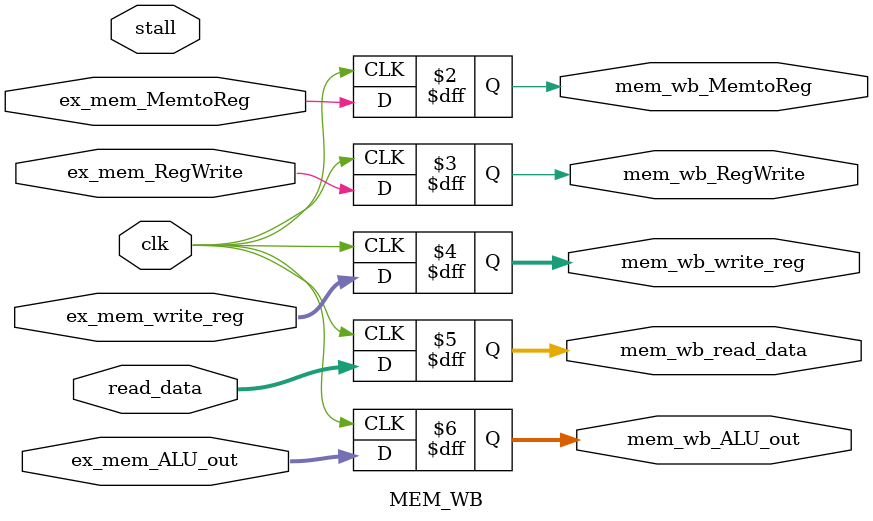
<source format=v>
`timescale 1ns / 1ps

module MEM_WB(
	input ex_mem_RegWrite, ex_mem_MemtoReg, clk,
	input [31:0] ex_mem_ALU_out, read_data,
	input [4:0] ex_mem_write_reg, 
	output reg mem_wb_MemtoReg, mem_wb_RegWrite,
	output reg [4:0] mem_wb_write_reg,
	output reg [31:0] mem_wb_read_data, mem_wb_ALU_out,
	input stall
	);
	
	
	always@ (negedge clk) 
	  begin

            mem_wb_RegWrite <= ex_mem_RegWrite;
            mem_wb_MemtoReg <= ex_mem_MemtoReg;
            mem_wb_read_data <= read_data;
            mem_wb_ALU_out <= ex_mem_ALU_out;
            mem_wb_write_reg <= ex_mem_write_reg;
	  end
endmodule

</source>
